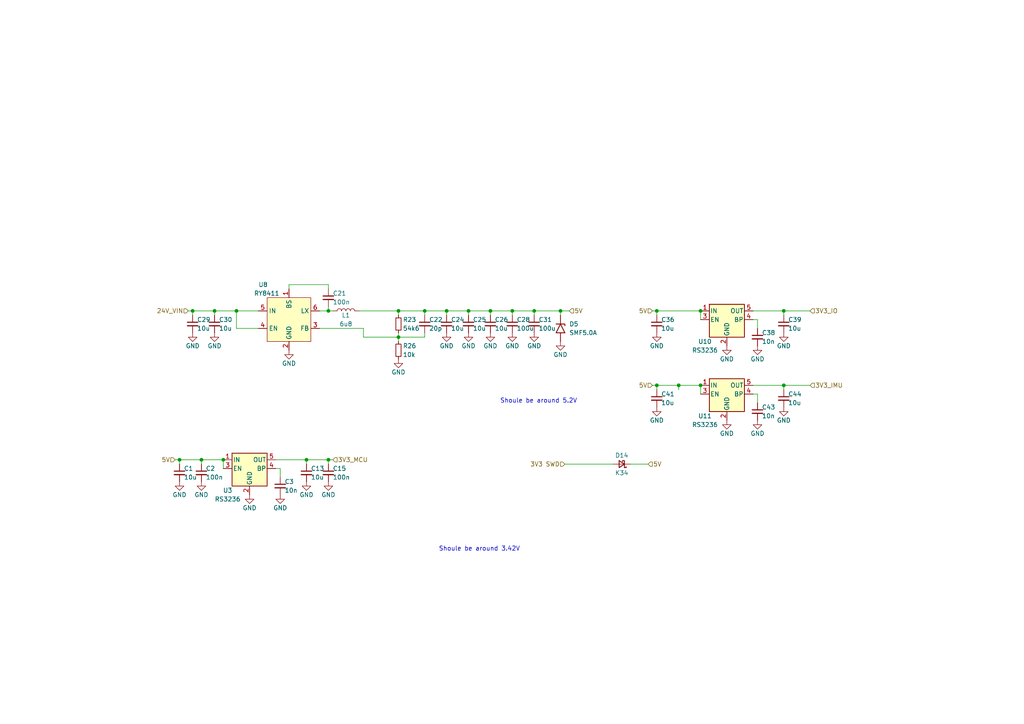
<source format=kicad_sch>
(kicad_sch (version 20231120) (generator "eeschema") (generator_version "8.0")
  (paper "A4")
  (lib_symbols
    (symbol "Device:C_Small" (pin_numbers hide) (pin_names (offset 0.254) hide)
      (property "Reference" "C" (at 0.254 1.778 0))
      (property "Value" "C_Small" (at 0.254 -2.032 0))
      (symbol "C_Small_0_1"
        (polyline (pts (xy -1.524 -0.508) (xy 1.524 -0.508)) (stroke (width 0.3302)))
        (polyline (pts (xy -1.524 0.508) (xy 1.524 0.508)) (stroke (width 0.3048)))
      )
      (symbol "C_Small_1_1"
        (pin passive line (at 0 2.54 270) (length 2.032) (name "~") (number "1"))
        (pin passive line (at 0 -2.54 90) (length 2.032) (name "~") (number "2"))
      )
    )
    (symbol "Device:D_Schottky_Small" (pin_numbers hide) (pin_names (offset 0.254) hide)
      (property "Reference" "D" (at -1.27 2.032 0))
      (property "Value" "D_Schottky_Small" (at -7.112 -2.032 0))
      (symbol "D_Schottky_Small_0_1"
        (polyline (pts (xy -0.762 0) (xy 0.762 0)))
        (polyline (pts (xy 0.762 -1.016) (xy -0.762 0) (xy 0.762 1.016) (xy 0.762 -1.016)) (stroke (width 0.254)))
        (polyline (pts (xy -1.27 0.762) (xy -1.27 1.016) (xy -0.762 1.016) (xy -0.762 -1.016) (xy -0.254 -1.016) (xy -0.254 -0.762)) (stroke (width 0.254)))
      )
      (symbol "D_Schottky_Small_1_1"
        (pin passive line (at -2.54 0 0) (length 1.778) (name "K") (number "1"))
        (pin passive line (at 2.54 0 180) (length 1.778) (name "A") (number "2"))
      )
    )
    (symbol "Device:L" (pin_numbers hide) (pin_names (offset 1.016) hide)
      (property "Reference" "L" (at -1.27 0 90))
      (property "Value" "L" (at 1.905 0 90))
      (symbol "L_0_1"
        (arc (start 0 -2.54) (mid 0.6323 -1.905) (end 0 -1.27))
        (arc (start 0 -1.27) (mid 0.6323 -0.635) (end 0 0))
        (arc (start 0 0) (mid 0.6323 0.635) (end 0 1.27))
        (arc (start 0 1.27) (mid 0.6323 1.905) (end 0 2.54))
      )
      (symbol "L_1_1"
        (pin passive line (at 0 3.81 270) (length 1.27) (name "1") (number "1"))
        (pin passive line (at 0 -3.81 90) (length 1.27) (name "2") (number "2"))
      )
    )
    (symbol "Device:R_Small" (pin_numbers hide) (pin_names (offset 0.254) hide)
      (property "Reference" "R" (at 0.762 0.508 0))
      (property "Value" "R_Small" (at 0.762 -1.016 0))
      (symbol "R_Small_0_1"
        (rectangle (start -0.762 1.778) (end 0.762 -1.778) (stroke (width 0.2032)))
      )
      (symbol "R_Small_1_1"
        (pin passive line (at 0 2.54 270) (length 0.762) (name "~") (number "1"))
        (pin passive line (at 0 -2.54 90) (length 0.762) (name "~") (number "2"))
      )
    )
    (symbol "Diode:SMAJ5.0A" (pin_numbers hide) (pin_names (offset 1.016) hide)
      (property "Reference" "D" (at 0 2.54 0))
      (property "Value" "SMAJ5.0A" (at 0 -2.54 0))
      (symbol "SMAJ5.0A_0_1"
        (polyline (pts (xy -0.762 1.27) (xy -1.27 1.27) (xy -1.27 -1.27)) (stroke (width 0.254)))
        (polyline (pts (xy 1.27 1.27) (xy 1.27 -1.27) (xy -1.27 0) (xy 1.27 1.27)) (stroke (width 0.254)))
      )
      (symbol "SMAJ5.0A_1_1"
        (pin passive line (at -3.81 0 0) (length 2.54) (name "A1") (number "1"))
        (pin passive line (at 3.81 0 180) (length 2.54) (name "A2") (number "2"))
      )
    )
    (symbol "RM24:SY8301"
      (property "Reference" "U" (at 0 0 0))
      (property "Value" "SY8301" (at 0 0 0))
      (symbol "SY8301_0_1"
        (rectangle (start -6.35 6.35) (end 6.35 -6.35) (fill (type background)))
      )
      (symbol "SY8301_1_1"
        (pin input line (at 0 8.89 270) (length 2.54) (name "BS") (number "1"))
        (pin input line (at 0 -8.89 90) (length 2.54) (name "GND") (number "2"))
        (pin input line (at 8.89 -2.54 180) (length 2.54) (name "FB") (number "3"))
        (pin input line (at -8.89 -2.54 0) (length 2.54) (name "EN") (number "4"))
        (pin input line (at -8.89 2.54 0) (length 2.54) (name "IN") (number "5"))
        (pin input line (at 8.89 2.54 180) (length 2.54) (name "LX") (number "6"))
      )
    )
    (symbol "Regulator_Linear:LDK130-12_SOT23_SOT353" (pin_names (offset 0.254))
      (property "Reference" "U" (at -3.81 5.715 0))
      (property "Value" "LDK130-12_SOT23_SOT353" (at 0 5.715 0))
      (symbol "LDK130-12_SOT23_SOT353_0_1"
        (rectangle (start -5.08 4.445) (end 5.08 -5.08) (stroke (width 0.254)) (fill (type background)))
      )
      (symbol "LDK130-12_SOT23_SOT353_1_1"
        (pin power_in line (at -7.62 2.54 0) (length 2.54) (name "IN") (number "1"))
        (pin power_in line (at 0 -7.62 90) (length 2.54) (name "GND") (number "2"))
        (pin input line (at -7.62 0 0) (length 2.54) (name "EN") (number "3"))
        (pin passive line (at 7.62 0 180) (length 2.54) (name "BP") (number "4"))
        (pin power_out line (at 7.62 2.54 180) (length 2.54) (name "OUT") (number "5"))
      )
    )
    (symbol "power:GND" (power) (pin_names (offset 0))
      (property "Value" "GND" (at 0 -3.81 0))
      (symbol "GND_0_1"
        (polyline (pts (xy 0 0) (xy 0 -1.27) (xy 1.27 -1.27) (xy 0 -2.54) (xy -1.27 -1.27) (xy 0 -1.27)))
      )
      (symbol "GND_1_1"
        (pin power_in line (at 0 0 270) (length 0) hide (name "GND") (number "1"))
      )
    )
  )
  (junction (at 190.5 111.76))
  (junction (at 55.88 90.17))
  (junction (at 190.5 90.17))
  (junction (at 95.25 90.17))
  (junction (at 129.54 90.17))
  (junction (at 227.33 90.17))
  (junction (at 135.89 90.17))
  (junction (at 95.25 133.35))
  (junction (at 196.85 111.76))
  (junction (at 148.59 90.17))
  (junction (at 142.24 90.17))
  (junction (at 227.33 111.76))
  (junction (at 58.42 133.35))
  (junction (at 203.2 111.76))
  (junction (at 203.2 90.17))
  (junction (at 115.57 97.79))
  (junction (at 52.07 133.35))
  (junction (at 123.19 90.17))
  (junction (at 62.23 90.17))
  (junction (at 162.56 90.17))
  (junction (at 115.57 90.17))
  (junction (at 64.77 133.35))
  (junction (at 88.9 133.35))
  (junction (at 154.94 90.17))
  (junction (at 68.58 90.17))
  (wire (pts (xy 227.33 90.17) (xy 227.33 91.44)))
  (wire (pts (xy 83.82 82.55) (xy 95.25 82.55)))
  (wire (pts (xy 58.42 133.35) (xy 64.77 133.35)))
  (wire (pts (xy 189.23 111.76) (xy 190.5 111.76)))
  (wire (pts (xy 148.59 90.17) (xy 148.59 91.44)))
  (wire (pts (xy 95.25 90.17) (xy 95.25 88.9)))
  (wire (pts (xy 115.57 90.17) (xy 123.19 90.17)))
  (wire (pts (xy 196.85 111.76) (xy 203.2 111.76)))
  (wire (pts (xy 227.33 90.17) (xy 234.95 90.17)))
  (wire (pts (xy 92.71 90.17) (xy 95.25 90.17)))
  (wire (pts (xy 68.58 90.17) (xy 68.58 95.25)))
  (wire (pts (xy 52.07 133.35) (xy 58.42 133.35)))
  (wire (pts (xy 148.59 90.17) (xy 154.94 90.17)))
  (wire (pts (xy 88.9 133.35) (xy 95.25 133.35)))
  (wire (pts (xy 190.5 91.44) (xy 190.5 90.17)))
  (wire (pts (xy 115.57 90.17) (xy 115.57 91.44)))
  (wire (pts (xy 154.94 90.17) (xy 162.56 90.17)))
  (wire (pts (xy 135.89 90.17) (xy 135.89 91.44)))
  (wire (pts (xy 54.61 90.17) (xy 55.88 90.17)))
  (wire (pts (xy 62.23 90.17) (xy 62.23 91.44)))
  (wire (pts (xy 162.56 90.17) (xy 165.1 90.17)))
  (wire (pts (xy 52.07 134.62) (xy 52.07 133.35)))
  (wire (pts (xy 154.94 90.17) (xy 154.94 91.44)))
  (wire (pts (xy 115.57 99.06) (xy 115.57 97.79)))
  (wire (pts (xy 80.01 135.89) (xy 81.28 135.89)))
  (wire (pts (xy 62.23 90.17) (xy 68.58 90.17)))
  (wire (pts (xy 123.19 90.17) (xy 123.19 91.44)))
  (wire (pts (xy 227.33 111.76) (xy 234.95 111.76)))
  (wire (pts (xy 83.82 83.82) (xy 83.82 82.55)))
  (wire (pts (xy 81.28 135.89) (xy 81.28 138.43)))
  (wire (pts (xy 190.5 111.76) (xy 196.85 111.76)))
  (wire (pts (xy 135.89 90.17) (xy 142.24 90.17)))
  (wire (pts (xy 142.24 90.17) (xy 142.24 91.44)))
  (wire (pts (xy 218.44 92.71) (xy 219.71 92.71)))
  (wire (pts (xy 92.71 95.25) (xy 105.41 95.25)))
  (wire (pts (xy 115.57 97.79) (xy 115.57 96.52)))
  (wire (pts (xy 203.2 111.76) (xy 203.2 114.3)))
  (wire (pts (xy 95.25 133.35) (xy 96.52 133.35)))
  (wire (pts (xy 123.19 90.17) (xy 129.54 90.17)))
  (wire (pts (xy 190.5 113.03) (xy 190.5 111.76)))
  (wire (pts (xy 50.8 133.35) (xy 52.07 133.35)))
  (wire (pts (xy 95.25 82.55) (xy 95.25 83.82)))
  (wire (pts (xy 190.5 90.17) (xy 203.2 90.17)))
  (wire (pts (xy 182.88 134.62) (xy 187.96 134.62)))
  (wire (pts (xy 95.25 90.17) (xy 96.52 90.17)))
  (wire (pts (xy 218.44 90.17) (xy 227.33 90.17)))
  (wire (pts (xy 74.93 90.17) (xy 68.58 90.17)))
  (wire (pts (xy 219.71 114.3) (xy 219.71 116.84)))
  (wire (pts (xy 203.2 90.17) (xy 203.2 92.71)))
  (wire (pts (xy 105.41 97.79) (xy 115.57 97.79)))
  (wire (pts (xy 219.71 92.71) (xy 219.71 95.25)))
  (wire (pts (xy 64.77 133.35) (xy 64.77 135.89)))
  (wire (pts (xy 218.44 111.76) (xy 227.33 111.76)))
  (wire (pts (xy 58.42 133.35) (xy 58.42 134.62)))
  (wire (pts (xy 142.24 90.17) (xy 148.59 90.17)))
  (wire (pts (xy 129.54 90.17) (xy 135.89 90.17)))
  (wire (pts (xy 189.23 90.17) (xy 190.5 90.17)))
  (wire (pts (xy 218.44 114.3) (xy 219.71 114.3)))
  (wire (pts (xy 129.54 90.17) (xy 129.54 91.44)))
  (wire (pts (xy 162.56 91.44) (xy 162.56 90.17)))
  (wire (pts (xy 68.58 95.25) (xy 74.93 95.25)))
  (wire (pts (xy 163.83 134.62) (xy 177.8 134.62)))
  (wire (pts (xy 105.41 95.25) (xy 105.41 97.79)))
  (wire (pts (xy 55.88 90.17) (xy 62.23 90.17)))
  (wire (pts (xy 88.9 133.35) (xy 88.9 134.62)))
  (wire (pts (xy 227.33 111.76) (xy 227.33 113.03)))
  (wire (pts (xy 196.85 111.76) (xy 196.85 113.03)))
  (wire (pts (xy 80.01 133.35) (xy 88.9 133.35)))
  (wire (pts (xy 55.88 90.17) (xy 55.88 91.44)))
  (wire (pts (xy 95.25 133.35) (xy 95.25 134.62)))
  (wire (pts (xy 115.57 97.79) (xy 123.19 97.79)))
  (wire (pts (xy 104.14 90.17) (xy 115.57 90.17)))
  (wire (pts (xy 123.19 97.79) (xy 123.19 96.52)))
  (text "Shoule be around 5.2V" (at 145.034 117.094 0) (effects (font (size 1.27 1.27)) (justify left bottom)))
  (text "Shoule be around 3.42V" (at 127.254 160.02 0) (effects (font (size 1.27 1.27)) (justify left bottom)))
  (hierarchical_label "3V3_IMU" (shape input) (at 234.95 111.76 0))
  (hierarchical_label "5V" (shape input) (at 165.1 90.17 0))
  (hierarchical_label "3V3 SWD" (shape input) (at 163.83 134.62 180))
  (hierarchical_label "5V" (shape input) (at 189.23 90.17 180))
  (hierarchical_label "5V" (shape input) (at 189.23 111.76 180))
  (hierarchical_label "5V" (shape input) (at 187.96 134.62 0))
  (hierarchical_label "24V_VIN" (shape input) (at 54.61 90.17 180))
  (hierarchical_label "3V3_MCU" (shape input) (at 96.52 133.35 0))
  (hierarchical_label "3V3_IO" (shape input) (at 234.95 90.17 0))
  (hierarchical_label "5V" (shape input) (at 50.8 133.35 180))
  (symbol (lib_id "Device:C_Small") (at 81.28 140.97 0) (unit 1)
    (property "Reference" "C3" (at 82.55 139.7 0) (effects (justify left)))
    (property "Value" "10n" (at 82.55 142.24 0) (effects (justify left)))
    (property "Footprint" "Capacitor_SMD:C_0603_1608Metric" (effects (hide yes)))
  )
  (symbol (lib_id "Device:D_Schottky_Small") (at 180.34 134.62 180) (unit 1)
    (property "Reference" "D14" (at 180.34 132.08 0))
    (property "Value" "K34" (at 180.34 137.16 0))
    (property "Footprint" "Diode_SMD:D_SMF" (effects (hide yes)))
  )
  (symbol (lib_id "Device:C_Small") (at 58.42 137.16 0) (unit 1)
    (property "Reference" "C2" (at 59.69 135.89 0) (effects (justify left)))
    (property "Value" "100n" (at 59.69 138.43 0) (effects (justify left)))
    (property "Footprint" "Capacitor_SMD:C_0603_1608Metric" (effects (hide yes)))
  )
  (symbol (lib_id "Device:C_Small") (at 142.24 93.98 0) (unit 1)
    (property "Reference" "C26" (at 143.51 92.71 0) (effects (justify left)))
    (property "Value" "10u" (at 143.51 95.25 0) (effects (justify left)))
    (property "Footprint" "Capacitor_SMD:C_1206_3216Metric" (effects (hide yes)))
    (instances (project "RM2025_G473_MCB" (path "" (reference "C26") (unit 1))) (project "F405FC" (path "" (reference "C20") (unit 1))))
  )
  (symbol (lib_id "power:GND") (at 154.94 96.52 0) (unit 1)
    (property "Reference" "#PWR057" (effects (hide yes)))
    (property "Value" "GND" (at 154.94 100.33 0))
  )
  (symbol (lib_id "Device:C_Small") (at 148.59 93.98 0) (unit 1)
    (property "Reference" "C28" (at 149.86 92.71 0) (effects (justify left)))
    (property "Value" "100u" (at 149.86 95.25 0) (effects (justify left)))
    (property "Footprint" "Capacitor_SMD:C_1206_3216Metric" (effects (hide yes)))
  )
  (symbol (lib_id "power:GND") (at 88.9 139.7 0) (unit 1)
    (property "Reference" "#PWR029" (effects (hide yes)))
    (property "Value" "GND" (at 88.9 143.51 0))
  )
  (symbol (lib_id "power:GND") (at 210.82 121.92 0) (unit 1)
    (property "Reference" "#PWR083" (effects (hide yes)))
    (property "Value" "GND" (at 210.82 125.73 0))
    (instances (project "RM2025_G473_MCB" (path "" (reference "#PWR083") (unit 1))) (project "F405FC" (path "" (reference "#PWR056") (unit 1))))
  )
  (symbol (lib_id "Device:C_Small") (at 135.89 93.98 0) (unit 1)
    (property "Reference" "C25" (at 137.16 92.71 0) (effects (justify left)))
    (property "Value" "10u" (at 137.16 95.25 0) (effects (justify left)))
    (property "Footprint" "Capacitor_SMD:C_1206_3216Metric" (effects (hide yes)))
    (instances (project "RM2025_G473_MCB" (path "" (reference "C25") (unit 1))) (project "F405FC" (path "" (reference "C20") (unit 1))))
  )
  (symbol (lib_id "power:GND") (at 219.71 100.33 0) (unit 1)
    (property "Reference" "#PWR077" (effects (hide yes)))
    (property "Value" "GND" (at 219.71 104.14 0))
    (instances (project "RM2025_G473_MCB" (path "" (reference "#PWR077") (unit 1))) (project "F405FC" (path "" (reference "#PWR056") (unit 1))))
  )
  (symbol (lib_id "Device:C_Small") (at 123.19 93.98 0) (unit 1)
    (property "Reference" "C22" (at 124.46 92.71 0) (effects (justify left)))
    (property "Value" "20p" (at 124.46 95.25 0) (effects (justify left)))
    (property "Footprint" "Capacitor_SMD:C_0603_1608Metric" (effects (hide yes)))
    (instances (project "RM2025_G473_MCB" (path "" (reference "C22") (unit 1))) (project "F405FC" (path "" (reference "C20") (unit 1))))
  )
  (symbol (lib_id "Device:C_Small") (at 190.5 93.98 0) (unit 1)
    (property "Reference" "C36" (at 191.77 92.71 0) (effects (justify left)))
    (property "Value" "10u" (at 191.77 95.25 0) (effects (justify left)))
    (property "Footprint" "Capacitor_SMD:C_0603_1608Metric" (effects (hide yes)))
    (instances (project "RM2025_G473_MCB" (path "" (reference "C36") (unit 1))) (project "F405FC" (path "" (reference "C18") (unit 1))))
  )
  (symbol (lib_id "Device:C_Small") (at 88.9 137.16 0) (unit 1)
    (property "Reference" "C13" (at 90.17 135.89 0) (effects (justify left)))
    (property "Value" "10u" (at 90.17 138.43 0) (effects (justify left)))
    (property "Footprint" "Capacitor_SMD:C_0603_1608Metric" (effects (hide yes)))
  )
  (symbol (lib_id "Device:C_Small") (at 55.88 93.98 0) (unit 1)
    (property "Reference" "C29" (at 57.15 92.71 0) (effects (justify left)))
    (property "Value" "10u" (at 57.15 95.25 0) (effects (justify left)))
    (property "Footprint" "Capacitor_SMD:C_1206_3216Metric" (effects (hide yes)))
    (instances (project "RM2025_G473_MCB" (path "" (reference "C29") (unit 1))) (project "F405FC" (path "" (reference "C20") (unit 1))))
  )
  (symbol (lib_id "Device:C_Small") (at 52.07 137.16 0) (unit 1)
    (property "Reference" "C1" (at 53.34 135.89 0) (effects (justify left)))
    (property "Value" "10u" (at 53.34 138.43 0) (effects (justify left)))
    (property "Footprint" "Capacitor_SMD:C_0603_1608Metric" (effects (hide yes)))
  )
  (symbol (lib_id "Regulator_Linear:LDK130-12_SOT23_SOT353") (at 210.82 114.3 0) (unit 1)
    (property "Reference" "U11" (at 204.47 120.65 0))
    (property "Value" "RS3236" (at 204.47 123.19 0))
    (property "Footprint" "Package_TO_SOT_SMD:SOT-23-5" (effects (hide yes)))
    (property "Datasheet" "http://www.st.com/content/ccc/resource/technical/document/datasheet/29/10/f7/87/2f/66/47/f4/DM00076097.pdf/files/DM00076097.pdf/jcr:content/translations/en.DM00076097.pdf" (effects (hide yes)))
    (instances (project "RM2025_G473_MCB" (path "" (reference "U11") (unit 1))) (project "f407_v0.5" (path "" (reference "U9") (unit 1))))
  )
  (symbol (lib_id "power:GND") (at 72.39 143.51 0) (unit 1)
    (property "Reference" "#PWR023" (effects (hide yes)))
    (property "Value" "GND" (at 72.39 147.32 0))
  )
  (symbol (lib_id "power:GND") (at 115.57 104.14 0) (unit 1)
    (property "Reference" "#PWR053" (effects (hide yes)))
    (property "Value" "GND" (at 115.57 107.95 0))
  )
  (symbol (lib_id "Device:C_Small") (at 219.71 97.79 0) (unit 1)
    (property "Reference" "C38" (at 220.98 96.52 0) (effects (justify left)))
    (property "Value" "10n" (at 220.98 99.06 0) (effects (justify left)))
    (property "Footprint" "Capacitor_SMD:C_0603_1608Metric" (effects (hide yes)))
    (instances (project "RM2025_G473_MCB" (path "" (reference "C38") (unit 1))) (project "F405FC" (path "" (reference "C20") (unit 1))))
  )
  (symbol (lib_id "Device:R_Small") (at 115.57 101.6 0) (unit 1)
    (property "Reference" "R26" (at 116.84 100.33 0) (effects (justify left)))
    (property "Value" "10k" (at 116.84 102.87 0) (effects (justify left)))
    (property "Footprint" "Resistor_SMD:R_0603_1608Metric" (effects (hide yes)))
  )
  (symbol (lib_id "power:GND") (at 83.82 101.6 0) (unit 1)
    (property "Reference" "#PWR052" (effects (hide yes)))
    (property "Value" "GND" (at 83.82 105.41 0))
    (instances (project "RM2025_G473_MCB" (path "" (reference "#PWR052") (unit 1))) (project "F405FC" (path "" (reference "#PWR053") (unit 1))))
  )
  (symbol (lib_id "power:GND") (at 58.42 139.7 0) (unit 1)
    (property "Reference" "#PWR05" (effects (hide yes)))
    (property "Value" "GND" (at 58.42 143.51 0))
  )
  (symbol (lib_id "power:GND") (at 162.56 99.06 0) (unit 1)
    (property "Reference" "#PWR071" (effects (hide yes)))
    (property "Value" "GND" (at 162.56 102.87 0))
  )
  (symbol (lib_id "power:GND") (at 81.28 143.51 0) (unit 1)
    (property "Reference" "#PWR025" (effects (hide yes)))
    (property "Value" "GND" (at 81.28 147.32 0))
  )
  (symbol (lib_id "power:GND") (at 95.25 139.7 0) (unit 1)
    (property "Reference" "#PWR030" (effects (hide yes)))
    (property "Value" "GND" (at 95.25 143.51 0))
  )
  (symbol (lib_id "power:GND") (at 210.82 100.33 0) (unit 1)
    (property "Reference" "#PWR076" (effects (hide yes)))
    (property "Value" "GND" (at 210.82 104.14 0))
    (instances (project "RM2025_G473_MCB" (path "" (reference "#PWR076") (unit 1))) (project "F405FC" (path "" (reference "#PWR056") (unit 1))))
  )
  (symbol (lib_id "Device:C_Small") (at 227.33 115.57 0) (unit 1)
    (property "Reference" "C44" (at 228.6 114.3 0) (effects (justify left)))
    (property "Value" "10u" (at 228.6 116.84 0) (effects (justify left)))
    (property "Footprint" "Capacitor_SMD:C_0603_1608Metric" (effects (hide yes)))
    (instances (project "RM2025_G473_MCB" (path "" (reference "C44") (unit 1))) (project "F405FC" (path "" (reference "C18") (unit 1))))
  )
  (symbol (lib_id "power:GND") (at 62.23 96.52 0) (unit 1)
    (property "Reference" "#PWR064" (effects (hide yes)))
    (property "Value" "GND" (at 62.23 100.33 0))
    (instances (project "RM2025_G473_MCB" (path "" (reference "#PWR064") (unit 1))) (project "F405FC" (path "" (reference "#PWR053") (unit 1))))
  )
  (symbol (lib_id "Device:R_Small") (at 115.57 93.98 0) (unit 1)
    (property "Reference" "R23" (at 116.84 92.71 0) (effects (justify left)))
    (property "Value" "54k6" (at 116.84 95.25 0) (effects (justify left)))
    (property "Footprint" "Resistor_SMD:R_0603_1608Metric" (effects (hide yes)))
  )
  (symbol (lib_id "Device:C_Small") (at 154.94 93.98 0) (unit 1)
    (property "Reference" "C31" (at 156.21 92.71 0) (effects (justify left)))
    (property "Value" "100u" (at 156.21 95.25 0) (effects (justify left)))
    (property "Footprint" "Capacitor_SMD:C_1206_3216Metric" (effects (hide yes)))
  )
  (symbol (lib_id "power:GND") (at 190.5 96.52 0) (unit 1)
    (property "Reference" "#PWR074" (effects (hide yes)))
    (property "Value" "GND" (at 190.5 100.33 0))
    (instances (project "RM2025_G473_MCB" (path "" (reference "#PWR074") (unit 1))) (project "F405FC" (path "" (reference "#PWR056") (unit 1))))
  )
  (symbol (lib_id "Regulator_Linear:LDK130-12_SOT23_SOT353") (at 72.39 135.89 0) (unit 1)
    (property "Reference" "U3" (at 66.04 142.24 0))
    (property "Value" "RS3236" (at 66.04 144.78 0))
    (property "Footprint" "Package_TO_SOT_SMD:SOT-23-5" (effects (hide yes)))
    (property "Datasheet" "http://www.st.com/content/ccc/resource/technical/document/datasheet/29/10/f7/87/2f/66/47/f4/DM00076097.pdf/files/DM00076097.pdf/jcr:content/translations/en.DM00076097.pdf" (effects (hide yes)))
  )
  (symbol (lib_id "Device:L") (at 100.33 90.17 90) (unit 1)
    (property "Reference" "L1" (at 100.33 91.44 90))
    (property "Value" "6u8" (at 100.33 93.98 90))
    (property "Footprint" "Inductor_SMD:L_Sunlord_MWSA0402S" (effects (hide yes)))
  )
  (symbol (lib_id "power:GND") (at 52.07 139.7 0) (unit 1)
    (property "Reference" "#PWR04" (effects (hide yes)))
    (property "Value" "GND" (at 52.07 143.51 0))
  )
  (symbol (lib_id "power:GND") (at 142.24 96.52 0) (unit 1)
    (property "Reference" "#PWR061" (effects (hide yes)))
    (property "Value" "GND" (at 142.24 100.33 0))
    (instances (project "RM2025_G473_MCB" (path "" (reference "#PWR061") (unit 1))) (project "F405FC" (path "" (reference "#PWR053") (unit 1))))
  )
  (symbol (lib_id "power:GND") (at 227.33 118.11 0) (unit 1)
    (property "Reference" "#PWR085" (effects (hide yes)))
    (property "Value" "GND" (at 227.33 121.92 0))
    (instances (project "RM2025_G473_MCB" (path "" (reference "#PWR085") (unit 1))) (project "F405FC" (path "" (reference "#PWR056") (unit 1))))
  )
  (symbol (lib_id "Device:C_Small") (at 95.25 137.16 0) (unit 1)
    (property "Reference" "C15" (at 96.52 135.89 0) (effects (justify left)))
    (property "Value" "100n" (at 96.52 138.43 0) (effects (justify left)))
    (property "Footprint" "Capacitor_SMD:C_0603_1608Metric" (effects (hide yes)))
  )
  (symbol (lib_id "Device:C_Small") (at 190.5 115.57 0) (unit 1)
    (property "Reference" "C41" (at 191.77 114.3 0) (effects (justify left)))
    (property "Value" "10u" (at 191.77 116.84 0) (effects (justify left)))
    (property "Footprint" "Capacitor_SMD:C_0603_1608Metric" (effects (hide yes)))
    (instances (project "RM2025_G473_MCB" (path "" (reference "C41") (unit 1))) (project "F405FC" (path "" (reference "C18") (unit 1))))
  )
  (symbol (lib_id "power:GND") (at 135.89 96.52 0) (unit 1)
    (property "Reference" "#PWR060" (effects (hide yes)))
    (property "Value" "GND" (at 135.89 100.33 0))
    (instances (project "RM2025_G473_MCB" (path "" (reference "#PWR060") (unit 1))) (project "F405FC" (path "" (reference "#PWR053") (unit 1))))
  )
  (symbol (lib_id "power:GND") (at 227.33 96.52 0) (unit 1)
    (property "Reference" "#PWR078" (effects (hide yes)))
    (property "Value" "GND" (at 227.33 100.33 0))
    (instances (project "RM2025_G473_MCB" (path "" (reference "#PWR078") (unit 1))) (project "F405FC" (path "" (reference "#PWR056") (unit 1))))
  )
  (symbol (lib_id "Regulator_Linear:LDK130-12_SOT23_SOT353") (at 210.82 92.71 0) (unit 1)
    (property "Reference" "U10" (at 204.47 99.06 0))
    (property "Value" "RS3236" (at 204.47 101.6 0))
    (property "Footprint" "Package_TO_SOT_SMD:SOT-23-5" (effects (hide yes)))
    (property "Datasheet" "http://www.st.com/content/ccc/resource/technical/document/datasheet/29/10/f7/87/2f/66/47/f4/DM00076097.pdf/files/DM00076097.pdf/jcr:content/translations/en.DM00076097.pdf" (effects (hide yes)))
    (instances (project "RM2025_G473_MCB" (path "" (reference "U10") (unit 1))) (project "f407_v0.5" (path "" (reference "U9") (unit 1))))
  )
  (symbol (lib_id "power:GND") (at 219.71 121.92 0) (unit 1)
    (property "Reference" "#PWR084" (effects (hide yes)))
    (property "Value" "GND" (at 219.71 125.73 0))
    (instances (project "RM2025_G473_MCB" (path "" (reference "#PWR084") (unit 1))) (project "F405FC" (path "" (reference "#PWR056") (unit 1))))
  )
  (symbol (lib_id "Device:C_Small") (at 62.23 93.98 0) (unit 1)
    (property "Reference" "C30" (at 63.5 92.71 0) (effects (justify left)))
    (property "Value" "10u" (at 63.5 95.25 0) (effects (justify left)))
    (property "Footprint" "Capacitor_SMD:C_1206_3216Metric" (effects (hide yes)))
    (instances (project "RM2025_G473_MCB" (path "" (reference "C30") (unit 1))) (project "F405FC" (path "" (reference "C20") (unit 1))))
  )
  (symbol (lib_id "Device:C_Small") (at 95.25 86.36 0) (unit 1)
    (property "Reference" "C21" (at 96.52 85.09 0) (effects (justify left)))
    (property "Value" "100n" (at 96.52 87.63 0) (effects (justify left)))
    (property "Footprint" "Capacitor_SMD:C_0603_1608Metric" (effects (hide yes)))
    (instances (project "RM2025_G473_MCB" (path "" (reference "C21") (unit 1))) (project "F405FC" (path "" (reference "C20") (unit 1))))
  )
  (symbol (lib_id "power:GND") (at 148.59 96.52 0) (unit 1)
    (property "Reference" "#PWR040" (effects (hide yes)))
    (property "Value" "GND" (at 148.59 100.33 0))
  )
  (symbol (lib_id "Device:C_Small") (at 219.71 119.38 0) (unit 1)
    (property "Reference" "C43" (at 220.98 118.11 0) (effects (justify left)))
    (property "Value" "10n" (at 220.98 120.65 0) (effects (justify left)))
    (property "Footprint" "Capacitor_SMD:C_0603_1608Metric" (effects (hide yes)))
    (instances (project "RM2025_G473_MCB" (path "" (reference "C43") (unit 1))) (project "F405FC" (path "" (reference "C20") (unit 1))))
  )
  (symbol (lib_id "Device:C_Small") (at 227.33 93.98 0) (unit 1)
    (property "Reference" "C39" (at 228.6 92.71 0) (effects (justify left)))
    (property "Value" "10u" (at 228.6 95.25 0) (effects (justify left)))
    (property "Footprint" "Capacitor_SMD:C_0603_1608Metric" (effects (hide yes)))
    (instances (project "RM2025_G473_MCB" (path "" (reference "C39") (unit 1))) (project "F405FC" (path "" (reference "C18") (unit 1))))
  )
  (symbol (lib_id "power:GND") (at 129.54 96.52 0) (unit 1)
    (property "Reference" "#PWR059" (effects (hide yes)))
    (property "Value" "GND" (at 129.54 100.33 0))
    (instances (project "RM2025_G473_MCB" (path "" (reference "#PWR059") (unit 1))) (project "F405FC" (path "" (reference "#PWR053") (unit 1))))
  )
  (symbol (lib_id "power:GND") (at 55.88 96.52 0) (unit 1)
    (property "Reference" "#PWR063" (effects (hide yes)))
    (property "Value" "GND" (at 55.88 100.33 0))
    (instances (project "RM2025_G473_MCB" (path "" (reference "#PWR063") (unit 1))) (project "F405FC" (path "" (reference "#PWR053") (unit 1))))
  )
  (symbol (lib_id "Diode:SMAJ5.0A") (at 162.56 95.25 270) (unit 1)
    (property "Reference" "D5" (at 165.1 93.9799 90) (effects (justify left)))
    (property "Value" "SMF5.0A" (at 165.1 96.5199 90) (effects (justify left)))
    (property "Footprint" "Diode_SMD:D_SMF" (effects (hide yes)))
    (property "Datasheet" "https://www.littelfuse.com/media?resourcetype=datasheets&itemid=75e32973-b177-4ee3-a0ff-cedaf1abdb93&filename=smaj-datasheet" (effects (hide yes)))
  )
  (symbol (lib_id "power:GND") (at 190.5 118.11 0) (unit 1)
    (property "Reference" "#PWR081" (effects (hide yes)))
    (property "Value" "GND" (at 190.5 121.92 0))
    (instances (project "RM2025_G473_MCB" (path "" (reference "#PWR081") (unit 1))) (project "F405FC" (path "" (reference "#PWR056") (unit 1))))
  )
  (symbol (lib_id "RM24:SY8301") (at 83.82 92.71 0) (unit 1)
    (property "Reference" "U8" (at 74.93 82.55 0) (effects (justify left)))
    (property "Value" "RY8411" (at 73.66 85.09 0) (effects (justify left)))
    (property "Footprint" "Package_TO_SOT_SMD:SOT-23-6" (effects (hide yes)))
  )
  (symbol (lib_id "Device:C_Small") (at 129.54 93.98 0) (unit 1)
    (property "Reference" "C24" (at 130.81 92.71 0) (effects (justify left)))
    (property "Value" "10u" (at 130.81 95.25 0) (effects (justify left)))
    (property "Footprint" "Capacitor_SMD:C_1206_3216Metric" (effects (hide yes)))
    (instances (project "RM2025_G473_MCB" (path "" (reference "C24") (unit 1))) (project "F405FC" (path "" (reference "C20") (unit 1))))
  )
)
</source>
